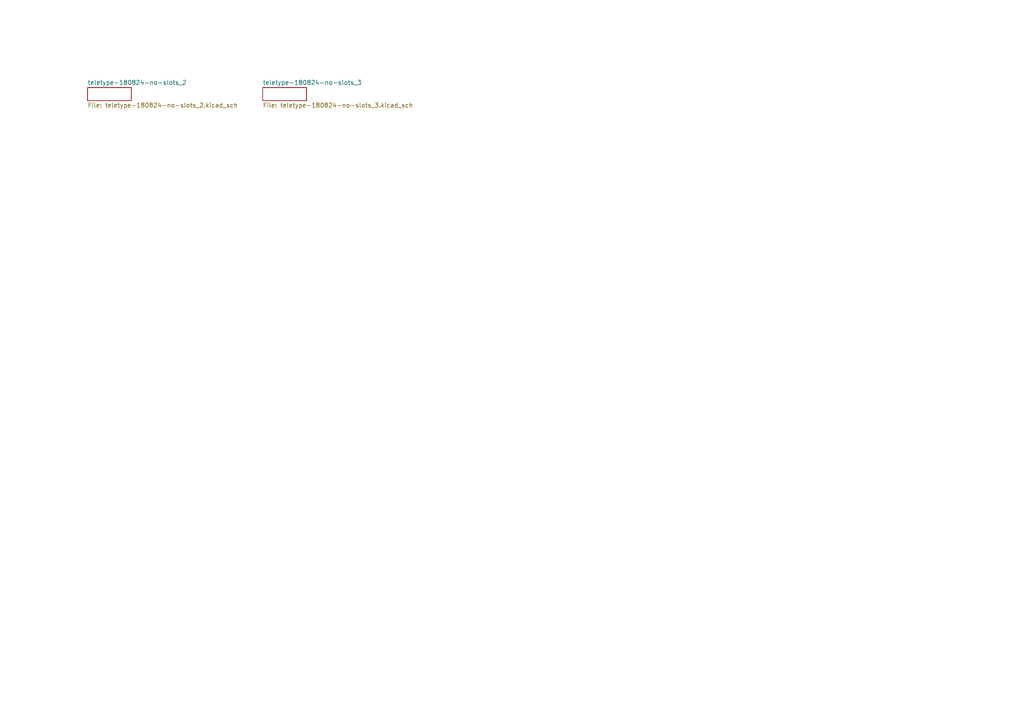
<source format=kicad_sch>
(kicad_sch (version 20211123) (generator eeschema)
  (paper "A4")
  (lib_symbols)
  (sheet (at 76.2 25.4) (size 12.7 3.81)
    (property "Sheet name" "teletype-180824-no-slots_3" (at 76.2 24.6884 0) (effects (justify left bottom)))
    (property "Sheet file" "teletype-180824-no-slots_3.kicad_sch" (at 76.2 29.7946 0) (effects (justify left top)))
  )
  (sheet (at 25.4 25.4) (size 12.7 3.81)
    (property "Sheet name" "teletype-180824-no-slots_2" (at 25.4 24.6884 0) (effects (justify left bottom)))
    (property "Sheet file" "teletype-180824-no-slots_2.kicad_sch" (at 25.4 29.7946 0) (effects (justify left top)))
  )
)
</source>
